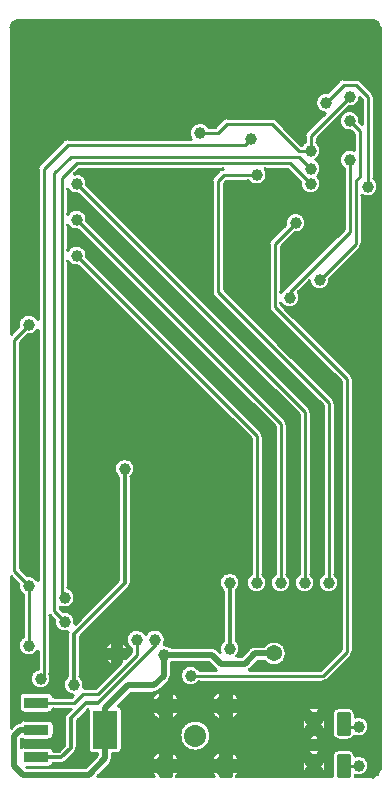
<source format=gbr>
G04 Generated by Ultiboard 13.0 *
%FSLAX24Y24*%
%MOIN*%

%ADD10C,0.0001*%
%ADD11C,0.0100*%
%ADD12C,0.0200*%
%ADD13C,0.0120*%
%ADD14C,0.0140*%
%ADD15C,0.0735*%
%ADD16R,0.0308X0.0617*%
%ADD17C,0.0167*%
%ADD18R,0.0846X0.0374*%
%ADD19R,0.0846X0.1280*%
%ADD20C,0.0394*%
%ADD21C,0.0540*%


G04 ColorRGB 0000FF for the following layer *
%LNCopper Bottom*%
%LPD*%
G54D10*
G36*
X-17483Y7041D02*
X-17483Y7041D01*
X-18012Y7041D01*
X-18100Y7163D01*
X-18188Y7041D01*
X-20672Y7041D01*
G74*
D01*
G03X-20560Y7217I370J359*
G01*
X-20560Y7217D01*
X-20810Y7217D01*
G75*
D01*
G03X-20810Y7583I-234J183*
G01*
X-20810Y7583D01*
X-20560Y7583D01*
G74*
D01*
G03X-20860Y7884I484J182*
G01*
X-20860Y7884D01*
X-20860Y7634D01*
G75*
D01*
G03X-21227Y7634I-184J-234*
G01*
X-21227Y7634D01*
X-21227Y7884D01*
G74*
D01*
G03X-21528Y7583I183J484*
G01*
X-21528Y7583D01*
X-21278Y7583D01*
G75*
D01*
G03X-21278Y7217I234J-183*
G01*
X-21278Y7217D01*
X-21528Y7217D01*
G74*
D01*
G03X-21416Y7041I483J184*
G01*
X-21416Y7041D01*
X-22672Y7041D01*
G74*
D01*
G03X-22560Y7217I370J359*
G01*
X-22560Y7217D01*
X-22810Y7217D01*
G75*
D01*
G03X-22810Y7583I-234J183*
G01*
X-22810Y7583D01*
X-22560Y7583D01*
G74*
D01*
G03X-22860Y7884I484J182*
G01*
X-22860Y7884D01*
X-22860Y7634D01*
G75*
D01*
G03X-23227Y7634I-184J-234*
G01*
X-23227Y7634D01*
X-23227Y7884D01*
G74*
D01*
G03X-23528Y7583I183J484*
G01*
X-23528Y7583D01*
X-23278Y7583D01*
G75*
D01*
G03X-23278Y7217I234J-183*
G01*
X-23278Y7217D01*
X-23528Y7217D01*
G74*
D01*
G03X-23416Y7041I483J184*
G01*
X-23416Y7041D01*
X-25304Y7041D01*
X-24881Y7464D01*
G75*
D01*
G03X-24807Y7642I-177J178*
G01*
X-24807Y7642D01*
X-24807Y7810D01*
X-24635Y7810D01*
G75*
D01*
G03X-24484Y7960I1J150*
G01*
X-24484Y7960D01*
X-24484Y9240D01*
G74*
D01*
G03X-24624Y9390I151J1*
G01*
X-24624Y9390D01*
X-24181Y9833D01*
X-23416Y9833D01*
G75*
D01*
G03X-23238Y9907I0J252*
G01*
X-23238Y9907D01*
X-22922Y10222D01*
G75*
D01*
G03X-22849Y10401I-178J177*
G01*
X-22849Y10401D01*
X-22849Y10849D01*
X-21604Y10849D01*
X-21378Y10623D01*
G74*
D01*
G03X-21353Y10601I178J177*
G01*
X-21353Y10601D01*
X-21917Y10601D01*
G75*
D01*
G03X-21917Y10199I-283J-201*
G01*
X-21917Y10199D01*
X-17800Y10199D01*
G75*
D01*
G03X-17658Y10258I0J201*
G01*
X-17658Y10258D01*
X-16858Y11058D01*
G75*
D01*
G03X-16799Y11200I-141J142*
G01*
X-16799Y11200D01*
X-16799Y20300D01*
G75*
D01*
G03X-16858Y20442I-201J0*
G01*
X-16858Y20442D01*
X-19045Y22629D01*
X-19199Y22783D01*
X-19199Y22824D01*
G75*
D01*
G03X-18616Y23200I292J188*
G01*
X-18616Y23200D01*
X-18246Y23570D01*
G75*
D01*
G03X-17558Y23658I345J32*
G01*
X-17558Y23658D01*
X-16558Y24658D01*
G75*
D01*
G03X-16499Y24800I-141J142*
G01*
X-16499Y24800D01*
X-16499Y26416D01*
G75*
D01*
G03X-16099Y26983I200J283*
G01*
X-16099Y26983D01*
X-16099Y29700D01*
G75*
D01*
G03X-16158Y29842I-201J0*
G01*
X-16158Y29842D01*
X-16558Y30242D01*
G74*
D01*
G03X-16650Y30295I142J141*
G01*
G74*
D01*
G03X-16700Y30301I49J195*
G01*
X-16700Y30301D01*
X-17100Y30301D01*
G75*
D01*
G03X-17131Y30299I-3J-201*
G01*
G74*
D01*
G03X-17242Y30242I32J198*
G01*
X-17242Y30242D01*
X-17642Y29842D01*
G75*
D01*
G03X-17730Y29154I-44J-344*
G01*
X-17730Y29154D01*
X-18342Y28542D01*
G74*
D01*
G03X-18401Y28400I141J142*
G01*
X-18401Y28400D01*
X-18401Y28183D01*
G74*
D01*
G03X-18483Y28101I201J283*
G01*
X-18483Y28101D01*
X-18517Y28101D01*
X-19045Y28629D01*
X-19358Y28942D01*
G74*
D01*
G03X-19487Y29001I142J141*
G01*
G74*
D01*
G03X-19500Y29001I7J201*
G01*
X-19500Y29001D01*
X-21000Y29001D01*
G75*
D01*
G03X-21059Y28992I0J-201*
G01*
G74*
D01*
G03X-21142Y28942I59J191*
G01*
X-21142Y28942D01*
X-21383Y28701D01*
X-21617Y28701D01*
G75*
D01*
G03X-22184Y28301I-280J-205*
G01*
X-22184Y28301D01*
X-26300Y28301D01*
G75*
D01*
G03X-26442Y28242I0J-201*
G01*
X-26442Y28242D01*
X-27242Y27442D01*
G74*
D01*
G03X-27301Y27300I141J142*
G01*
X-27301Y27300D01*
X-27301Y22276D01*
G75*
D01*
G03X-27942Y22042I-301J-171*
G01*
X-27942Y22042D01*
X-28192Y21792D01*
X-28192Y32008D01*
G74*
D01*
G03X-28192Y32016I151J4*
G01*
G74*
D01*
G02X-27957Y32251I243J8*
G01*
G75*
D01*
G03X-27949Y32251I4J150*
G01*
X-27949Y32251D01*
X-16138Y32251D01*
X-16130Y32251D01*
G74*
D01*
G02X-15895Y32016I8J243*
G01*
G74*
D01*
G03X-15895Y32008I150J4*
G01*
X-15895Y32008D01*
X-15895Y7283D01*
G75*
D01*
G03X-15895Y7275I150J-4*
G01*
G74*
D01*
G02X-16130Y7040I243J8*
G01*
X-16138Y7041D01*
X-16138Y7041D01*
X-16717Y7041D01*
G74*
D01*
G03X-16712Y7072I228J53*
G01*
G75*
D01*
G03X-16712Y7728I110J328*
G01*
G74*
D01*
G03X-16946Y7943I233J19*
G01*
X-16946Y7943D01*
X-17254Y7943D01*
G75*
D01*
G03X-17489Y7708I0J-235*
G01*
X-17489Y7708D01*
X-17489Y7092D01*
G75*
D01*
G03X-17483Y7041I235J2*
G01*
D02*
G37*
%LPC*%
G36*
X-22810Y9583D02*
X-22810Y9583D01*
X-22560Y9583D01*
G74*
D01*
G03X-22860Y9884I484J182*
G01*
X-22860Y9884D01*
X-22860Y9634D01*
G75*
D01*
G03X-23227Y9634I-184J-234*
G01*
X-23227Y9634D01*
X-23227Y9884D01*
G74*
D01*
G03X-23528Y9583I183J484*
G01*
X-23528Y9583D01*
X-23278Y9583D01*
G75*
D01*
G03X-23278Y9217I234J-183*
G01*
X-23278Y9217D01*
X-23528Y9217D01*
G74*
D01*
G03X-23227Y8916I484J183*
G01*
X-23227Y8916D01*
X-23227Y9166D01*
G75*
D01*
G03X-22860Y9166I183J234*
G01*
X-22860Y9166D01*
X-22860Y8916D01*
G74*
D01*
G03X-22560Y9217I184J483*
G01*
X-22560Y9217D01*
X-22810Y9217D01*
G75*
D01*
G03X-22810Y9583I-234J183*
G01*
D02*
G37*
G36*
X-22561Y8400D02*
G75*
D01*
G03X-22561Y8400I517J0*
G01*
D02*
G37*
G36*
X-20810Y9583D02*
X-20810Y9583D01*
X-20560Y9583D01*
G74*
D01*
G03X-20860Y9884I484J182*
G01*
X-20860Y9884D01*
X-20860Y9634D01*
G75*
D01*
G03X-21227Y9634I-184J-234*
G01*
X-21227Y9634D01*
X-21227Y9884D01*
G74*
D01*
G03X-21528Y9583I183J484*
G01*
X-21528Y9583D01*
X-21278Y9583D01*
G75*
D01*
G03X-21278Y9217I234J-183*
G01*
X-21278Y9217D01*
X-21528Y9217D01*
G74*
D01*
G03X-21227Y8916I484J183*
G01*
X-21227Y8916D01*
X-21227Y9166D01*
G75*
D01*
G03X-20860Y9166I183J234*
G01*
X-20860Y9166D01*
X-20860Y8916D01*
G74*
D01*
G03X-20560Y9217I184J483*
G01*
X-20560Y9217D01*
X-20810Y9217D01*
G75*
D01*
G03X-20810Y9583I-234J183*
G01*
D02*
G37*
G36*
X-18314Y7935D02*
X-18314Y7935D01*
X-18100Y7637D01*
X-17886Y7935D01*
G74*
D01*
G03X-17946Y7943I61J226*
G01*
X-17946Y7943D01*
X-18254Y7943D01*
G75*
D01*
G03X-18314Y7935I1J-235*
G01*
D02*
G37*
G36*
X-18489Y7706D02*
X-18489Y7706D01*
X-18489Y7094D01*
X-18269Y7400D01*
X-18489Y7706D01*
D02*
G37*
G36*
X-17711Y7094D02*
X-17711Y7094D01*
X-17711Y7706D01*
X-17931Y7400D01*
X-17711Y7094D01*
D02*
G37*
G36*
X-18314Y8265D02*
G75*
D01*
G03X-18254Y8257I61J226*
G01*
X-18254Y8257D01*
X-17946Y8257D01*
G74*
D01*
G03X-17886Y8265I1J235*
G01*
X-17886Y8265D01*
X-18100Y8563D01*
X-18314Y8265D01*
D02*
G37*
G36*
X-18489Y9106D02*
X-18489Y9106D01*
X-18489Y8494D01*
X-18269Y8800D01*
X-18489Y9106D01*
D02*
G37*
G36*
X-17711Y8494D02*
X-17711Y8494D01*
X-17711Y9106D01*
X-17931Y8800D01*
X-17711Y8494D01*
D02*
G37*
G36*
X-16711Y9028D02*
X-16711Y9028D01*
X-16711Y9108D01*
G74*
D01*
G03X-16946Y9343I235J0*
G01*
X-16946Y9343D01*
X-17254Y9343D01*
G75*
D01*
G03X-17489Y9108I0J-235*
G01*
X-17489Y9108D01*
X-17489Y8492D01*
G75*
D01*
G03X-17254Y8257I235J0*
G01*
X-17254Y8257D01*
X-16946Y8257D01*
G74*
D01*
G03X-16739Y8382I1J235*
G01*
G75*
D01*
G03X-16711Y9028I140J318*
G01*
D02*
G37*
G36*
X-18314Y9335D02*
X-18314Y9335D01*
X-18100Y9037D01*
X-17886Y9335D01*
G74*
D01*
G03X-17946Y9343I61J226*
G01*
X-17946Y9343D01*
X-18254Y9343D01*
G75*
D01*
G03X-18314Y9335I1J-235*
G01*
D02*
G37*
%LPD*%
G36*
X-19042Y25442D02*
G75*
D01*
G02X-18758Y25158I341J57*
G01*
X-18758Y25158D01*
X-19045Y24871D01*
X-19199Y24717D01*
X-19199Y23176D01*
G74*
D01*
G02X-19074Y23300I298J176*
G01*
G74*
D01*
G02X-19042Y23342I174J99*
G01*
X-19042Y23342D01*
X-17101Y25283D01*
X-17101Y27317D01*
G75*
D01*
G02X-16751Y27913I202J282*
G01*
X-16751Y27913D01*
X-16751Y28467D01*
X-16842Y28558D01*
G75*
D01*
G02X-16558Y28842I-57J341*
G01*
X-16558Y28842D01*
X-16501Y28785D01*
X-16501Y29617D01*
X-16554Y29670D01*
G75*
D01*
G02X-16958Y29358I-346J30*
G01*
X-16958Y29358D01*
X-17999Y28317D01*
X-17999Y28183D01*
G75*
D01*
G02X-18026Y27600I-201J-283*
G01*
G75*
D01*
G02X-17960Y27050I-173J-300*
G01*
G75*
D01*
G02X-18542Y26858I-241J-249*
G01*
X-18542Y26858D01*
X-18983Y27299D01*
X-19716Y27299D01*
G75*
D01*
G02X-20283Y26899I-283J-200*
G01*
X-20283Y26899D01*
X-21017Y26899D01*
X-21099Y26817D01*
X-21099Y23283D01*
X-19045Y21229D01*
X-17458Y19642D01*
G75*
D01*
G02X-17399Y19500I-141J-142*
G01*
X-17399Y19500D01*
X-17399Y13783D01*
G75*
D01*
G02X-17801Y13783I-201J-283*
G01*
X-17801Y13783D01*
X-17801Y19417D01*
X-19045Y20661D01*
X-21442Y23058D01*
G75*
D01*
G02X-21501Y23200I141J142*
G01*
X-21501Y23200D01*
X-21501Y26900D01*
G74*
D01*
G02X-21442Y27042I201J0*
G01*
X-21442Y27042D01*
X-21242Y27242D01*
G74*
D01*
G02X-21128Y27299I142J141*
G01*
X-21128Y27299D01*
X-25917Y27299D01*
X-26078Y27138D01*
G75*
D01*
G02X-25658Y26742I79J-337*
G01*
X-25658Y26742D01*
X-18258Y19342D01*
G75*
D01*
G02X-18199Y19200I-141J-142*
G01*
X-18199Y19200D01*
X-18199Y13783D01*
G75*
D01*
G02X-18601Y13783I-201J-283*
G01*
X-18601Y13783D01*
X-18601Y19117D01*
X-25942Y26458D01*
G75*
D01*
G02X-26299Y26624I-59J341*
G01*
X-26299Y26624D01*
X-26299Y25776D01*
G75*
D01*
G02X-25658Y25542I301J-171*
G01*
X-25658Y25542D01*
X-19058Y18942D01*
G75*
D01*
G02X-18999Y18800I-141J-142*
G01*
X-18999Y18800D01*
X-18999Y13783D01*
G75*
D01*
G02X-19401Y13783I-201J-283*
G01*
X-19401Y13783D01*
X-19401Y18717D01*
X-25942Y25258D01*
G75*
D01*
G02X-26299Y25424I-59J341*
G01*
X-26299Y25424D01*
X-26299Y24576D01*
G75*
D01*
G02X-25658Y24342I301J-171*
G01*
X-25658Y24342D01*
X-19858Y18542D01*
G75*
D01*
G02X-19799Y18400I-141J-142*
G01*
X-19799Y18400D01*
X-19799Y13783D01*
G75*
D01*
G02X-20201Y13783I-201J-283*
G01*
X-20201Y13783D01*
X-20201Y18317D01*
X-25942Y24058D01*
G75*
D01*
G02X-26299Y24224I-59J341*
G01*
X-26299Y24224D01*
X-26299Y13332D01*
G75*
D01*
G02X-26549Y12687I-99J-333*
G01*
X-26549Y12687D01*
X-26549Y12633D01*
X-26458Y12542D01*
G75*
D01*
G02X-26058Y12140I59J-341*
G01*
X-26058Y12140D01*
X-24611Y13587D01*
X-24611Y17025D01*
G75*
D01*
G02X-24189Y17025I211J274*
G01*
X-24189Y17025D01*
X-24189Y13500D01*
G75*
D01*
G02X-24251Y13351I-211J0*
G01*
X-24251Y13351D01*
X-25889Y11713D01*
X-25889Y10375D01*
G75*
D01*
G02X-25768Y10001I-210J-275*
G01*
X-25768Y10001D01*
X-25383Y10001D01*
X-24519Y10865D01*
X-24519Y10992D01*
X-24392Y10992D01*
X-24201Y11183D01*
X-24201Y11317D01*
G75*
D01*
G02X-23700Y11774I201J283*
G01*
G75*
D01*
G02X-23089Y11447I306J-164*
G01*
G74*
D01*
G02X-22861Y11351I12J347*
G01*
X-22861Y11351D01*
X-21500Y11351D01*
G74*
D01*
G02X-21449Y11346I1J251*
G01*
G74*
D01*
G02X-21322Y11278I50J246*
G01*
X-21322Y11278D01*
X-21226Y11181D01*
G75*
D01*
G02X-21121Y11567I326J119*
G01*
X-21121Y11567D01*
X-21121Y13233D01*
G75*
D01*
G02X-20679Y13233I221J266*
G01*
X-20679Y13233D01*
X-20679Y11567D01*
G75*
D01*
G02X-20658Y11051I-220J-267*
G01*
X-20658Y11051D01*
X-20504Y11051D01*
X-20237Y11319D01*
G74*
D01*
G02X-20075Y11392I177J178*
G01*
G75*
D01*
G02X-20059Y11392I8J-251*
G01*
X-20059Y11392D01*
X-19755Y11392D01*
G75*
D01*
G02X-19755Y10890I337J-251*
G01*
X-19755Y10890D01*
X-19955Y10890D01*
X-20222Y10622D01*
G74*
D01*
G02X-20247Y10601I174J181*
G01*
X-20247Y10601D01*
X-17883Y10601D01*
X-17201Y11283D01*
X-17201Y20217D01*
X-19542Y22558D01*
G75*
D01*
G02X-19601Y22700I141J142*
G01*
X-19601Y22700D01*
X-19601Y24800D01*
G74*
D01*
G02X-19542Y24942I201J0*
G01*
X-19542Y24942D01*
X-19045Y25439D01*
X-19045Y25439D01*
X-19042Y25442D01*
D02*
G37*
%LPC*%
G36*
X-24868Y11141D02*
G75*
D01*
G02X-24868Y11141I200J0*
G01*
D02*
G37*
G36*
X-24519Y11534D02*
G74*
D01*
G02X-24276Y11290I150J392*
G01*
X-24276Y11290D01*
X-24519Y11290D01*
X-24519Y11534D01*
D02*
G37*
G36*
X-24817Y10749D02*
G74*
D01*
G02X-25061Y10992I148J392*
G01*
X-25061Y10992D01*
X-24817Y10992D01*
X-24817Y10749D01*
D02*
G37*
G36*
X-25061Y11290D02*
G74*
D01*
G02X-24817Y11534I393J149*
G01*
X-24817Y11534D01*
X-24817Y11290D01*
X-25061Y11290D01*
D02*
G37*
%LPD*%
G36*
X-27301Y10632D02*
G75*
D01*
G03X-26899Y10472I101J-332*
G01*
X-26899Y10472D01*
X-26899Y12415D01*
G74*
D01*
G03X-26892Y12408I146J139*
G01*
X-26892Y12408D01*
X-26742Y12258D01*
G75*
D01*
G03X-26300Y11868I341J-59*
G01*
G74*
D01*
G03X-26311Y11800I200J67*
G01*
X-26311Y11800D01*
X-26311Y10375D01*
G75*
D01*
G03X-26130Y9754I209J-276*
G01*
X-26130Y9754D01*
X-26183Y9701D01*
X-26768Y9701D01*
G74*
D01*
G03X-26919Y9843I151J9*
G01*
X-26919Y9843D01*
X-27765Y9843D01*
G75*
D01*
G03X-27916Y9693I-1J-150*
G01*
X-27916Y9693D01*
X-27916Y9319D01*
G75*
D01*
G03X-27765Y9168I151J0*
G01*
X-27765Y9168D01*
X-26919Y9168D01*
G74*
D01*
G03X-26769Y9299I0J151*
G01*
X-26769Y9299D01*
X-26199Y9299D01*
X-26349Y9149D01*
G74*
D01*
G03X-26411Y9000I148J149*
G01*
X-26411Y9000D01*
X-26411Y8087D01*
X-26593Y7906D01*
X-26770Y7906D01*
G74*
D01*
G03X-26919Y8032I149J25*
G01*
X-26919Y8032D01*
X-27765Y8032D01*
G75*
D01*
G03X-27849Y8007I-1J-151*
G01*
X-27849Y8007D01*
X-27849Y8288D01*
G75*
D01*
G03X-27765Y8262I84J124*
G01*
X-27765Y8262D01*
X-26919Y8262D01*
G75*
D01*
G03X-26768Y8413I0J151*
G01*
X-26768Y8413D01*
X-26768Y8787D01*
G74*
D01*
G03X-26919Y8938I151J0*
G01*
X-26919Y8938D01*
X-27765Y8938D01*
G75*
D01*
G03X-27901Y8851I1J-151*
G01*
G74*
D01*
G03X-27983Y8837I1J251*
G01*
G74*
D01*
G03X-28078Y8777I83J237*
G01*
X-28078Y8777D01*
X-28192Y8663D01*
X-28192Y13708D01*
X-27942Y13458D01*
G75*
D01*
G03X-27801Y13117I341J-59*
G01*
X-27801Y13117D01*
X-27801Y11683D01*
G75*
D01*
G03X-27301Y11224I201J-283*
G01*
X-27301Y11224D01*
X-27301Y10632D01*
D02*
G37*
G36*
X-27658Y21758D02*
X-27658Y21758D01*
X-27899Y21517D01*
X-27899Y13983D01*
X-27658Y13742D01*
G75*
D01*
G02X-27301Y13576I59J-341*
G01*
X-27301Y13576D01*
X-27301Y21924D01*
G75*
D01*
G02X-27658Y21758I-298J175*
G01*
D02*
G37*
G36*
X-26919Y7357D02*
G74*
D01*
G03X-26770Y7483I1J150*
G01*
X-26770Y7483D01*
X-26506Y7483D01*
G74*
D01*
G03X-26431Y7497I1J211*
G01*
G74*
D01*
G03X-26356Y7545I73J197*
G01*
X-26356Y7545D01*
X-26051Y7851D01*
G75*
D01*
G03X-25989Y8000I-148J149*
G01*
X-25989Y8000D01*
X-25989Y8913D01*
X-25628Y9273D01*
G74*
D01*
G03X-25632Y9240I146J34*
G01*
X-25632Y9240D01*
X-25632Y7960D01*
G75*
D01*
G03X-25481Y7810I151J1*
G01*
X-25481Y7810D01*
X-25309Y7810D01*
X-25309Y7746D01*
X-25704Y7351D01*
X-27696Y7351D01*
X-27701Y7357D01*
X-26919Y7357D01*
D02*
G37*
G36*
X-22860Y7166D02*
X-22860Y7166D01*
X-22860Y7041D01*
X-23227Y7041D01*
X-23227Y7166D01*
G75*
D01*
G03X-22860Y7166I183J234*
G01*
D02*
G37*
G36*
X-20860Y7166D02*
X-20860Y7166D01*
X-20860Y7041D01*
X-21227Y7041D01*
X-21227Y7166D01*
G75*
D01*
G03X-20860Y7166I183J234*
G01*
D02*
G37*
G54D11*
X-22810Y9583D02*
X-22560Y9583D01*
G74*
D01*
G03X-22860Y9884I484J182*
G01*
X-22860Y9634D01*
G75*
D01*
G03X-23227Y9634I-184J-234*
G01*
X-23227Y9884D01*
G74*
D01*
G03X-23528Y9583I183J484*
G01*
X-23278Y9583D01*
G75*
D01*
G03X-23278Y9217I234J-183*
G01*
X-23528Y9217D01*
G74*
D01*
G03X-23227Y8916I484J183*
G01*
X-23227Y9166D01*
G75*
D01*
G03X-22860Y9166I183J234*
G01*
X-22860Y8916D01*
G74*
D01*
G03X-22560Y9217I184J483*
G01*
X-22810Y9217D01*
G75*
D01*
G03X-22810Y9583I-234J183*
G01*
X-22561Y8400D02*
G75*
D01*
G03X-22561Y8400I517J0*
G01*
X-20810Y9583D02*
X-20560Y9583D01*
G74*
D01*
G03X-20860Y9884I484J182*
G01*
X-20860Y9634D01*
G75*
D01*
G03X-21227Y9634I-184J-234*
G01*
X-21227Y9884D01*
G74*
D01*
G03X-21528Y9583I183J484*
G01*
X-21278Y9583D01*
G75*
D01*
G03X-21278Y9217I234J-183*
G01*
X-21528Y9217D01*
G74*
D01*
G03X-21227Y8916I484J183*
G01*
X-21227Y9166D01*
G75*
D01*
G03X-20860Y9166I183J234*
G01*
X-20860Y8916D01*
G74*
D01*
G03X-20560Y9217I184J483*
G01*
X-20810Y9217D01*
G75*
D01*
G03X-20810Y9583I-234J183*
G01*
X-18314Y7935D02*
X-18100Y7637D01*
X-17886Y7935D01*
G74*
D01*
G03X-17946Y7943I61J226*
G01*
X-18254Y7943D01*
G75*
D01*
G03X-18314Y7935I1J-235*
G01*
X-18489Y7706D02*
X-18489Y7094D01*
X-18269Y7400D01*
X-18489Y7706D01*
X-17711Y7094D02*
X-17711Y7706D01*
X-17931Y7400D01*
X-17711Y7094D01*
X-18314Y8265D02*
G75*
D01*
G03X-18254Y8257I61J226*
G01*
X-17946Y8257D01*
G74*
D01*
G03X-17886Y8265I1J235*
G01*
X-18100Y8563D01*
X-18314Y8265D01*
X-18489Y9106D02*
X-18489Y8494D01*
X-18269Y8800D01*
X-18489Y9106D01*
X-17711Y8494D02*
X-17711Y9106D01*
X-17931Y8800D01*
X-17711Y8494D01*
X-16711Y9028D02*
X-16711Y9108D01*
G74*
D01*
G03X-16946Y9343I235J0*
G01*
X-17254Y9343D01*
G75*
D01*
G03X-17489Y9108I0J-235*
G01*
X-17489Y8492D01*
G75*
D01*
G03X-17254Y8257I235J0*
G01*
X-16946Y8257D01*
G74*
D01*
G03X-16739Y8382I1J235*
G01*
G75*
D01*
G03X-16711Y9028I140J318*
G01*
X-18314Y9335D02*
X-18100Y9037D01*
X-17886Y9335D01*
G74*
D01*
G03X-17946Y9343I61J226*
G01*
X-18254Y9343D01*
G75*
D01*
G03X-18314Y9335I1J-235*
G01*
X-17483Y7041D02*
X-18012Y7041D01*
X-18100Y7163D01*
X-18188Y7041D01*
X-20672Y7041D01*
G74*
D01*
G03X-20560Y7217I370J359*
G01*
X-20810Y7217D01*
G75*
D01*
G03X-20810Y7583I-234J183*
G01*
X-20560Y7583D01*
G74*
D01*
G03X-20860Y7884I484J182*
G01*
X-20860Y7634D01*
G75*
D01*
G03X-21227Y7634I-184J-234*
G01*
X-21227Y7884D01*
G74*
D01*
G03X-21528Y7583I183J484*
G01*
X-21278Y7583D01*
G75*
D01*
G03X-21278Y7217I234J-183*
G01*
X-21528Y7217D01*
G74*
D01*
G03X-21416Y7041I483J184*
G01*
X-22672Y7041D01*
G74*
D01*
G03X-22560Y7217I370J359*
G01*
X-22810Y7217D01*
G75*
D01*
G03X-22810Y7583I-234J183*
G01*
X-22560Y7583D01*
G74*
D01*
G03X-22860Y7884I484J182*
G01*
X-22860Y7634D01*
G75*
D01*
G03X-23227Y7634I-184J-234*
G01*
X-23227Y7884D01*
G74*
D01*
G03X-23528Y7583I183J484*
G01*
X-23278Y7583D01*
G75*
D01*
G03X-23278Y7217I234J-183*
G01*
X-23528Y7217D01*
G74*
D01*
G03X-23416Y7041I483J184*
G01*
X-25304Y7041D01*
X-24881Y7464D01*
G75*
D01*
G03X-24807Y7642I-177J178*
G01*
X-24807Y7810D01*
X-24635Y7810D01*
G75*
D01*
G03X-24484Y7960I1J150*
G01*
X-24484Y9240D01*
G74*
D01*
G03X-24624Y9390I151J1*
G01*
X-24181Y9833D01*
X-23416Y9833D01*
G75*
D01*
G03X-23238Y9907I0J252*
G01*
X-22922Y10222D01*
G75*
D01*
G03X-22849Y10401I-178J177*
G01*
X-22849Y10849D01*
X-21604Y10849D01*
X-21378Y10623D01*
G74*
D01*
G03X-21353Y10601I178J177*
G01*
X-21917Y10601D01*
G75*
D01*
G03X-21917Y10199I-283J-201*
G01*
X-17800Y10199D01*
G75*
D01*
G03X-17658Y10258I0J201*
G01*
X-16858Y11058D01*
G75*
D01*
G03X-16799Y11200I-141J142*
G01*
X-16799Y20300D01*
G75*
D01*
G03X-16858Y20442I-201J0*
G01*
X-19045Y22629D01*
X-19199Y22783D01*
X-19199Y22824D01*
G75*
D01*
G03X-18616Y23200I292J188*
G01*
X-18246Y23570D01*
G75*
D01*
G03X-17558Y23658I345J32*
G01*
X-16558Y24658D01*
G75*
D01*
G03X-16499Y24800I-141J142*
G01*
X-16499Y26416D01*
G75*
D01*
G03X-16099Y26983I200J283*
G01*
X-16099Y29700D01*
G75*
D01*
G03X-16158Y29842I-201J0*
G01*
X-16558Y30242D01*
G74*
D01*
G03X-16650Y30295I142J141*
G01*
G74*
D01*
G03X-16700Y30301I49J195*
G01*
X-17100Y30301D01*
G75*
D01*
G03X-17131Y30299I-3J-201*
G01*
G74*
D01*
G03X-17242Y30242I32J198*
G01*
X-17642Y29842D01*
G75*
D01*
G03X-17730Y29154I-44J-344*
G01*
X-18342Y28542D01*
G74*
D01*
G03X-18401Y28400I141J142*
G01*
X-18401Y28183D01*
G74*
D01*
G03X-18483Y28101I201J283*
G01*
X-18517Y28101D01*
X-19045Y28629D01*
X-19358Y28942D01*
G74*
D01*
G03X-19487Y29001I142J141*
G01*
G74*
D01*
G03X-19500Y29001I7J201*
G01*
X-21000Y29001D01*
G75*
D01*
G03X-21059Y28992I0J-201*
G01*
G74*
D01*
G03X-21142Y28942I59J191*
G01*
X-21383Y28701D01*
X-21617Y28701D01*
G75*
D01*
G03X-22184Y28301I-280J-205*
G01*
X-26300Y28301D01*
G75*
D01*
G03X-26442Y28242I0J-201*
G01*
X-27242Y27442D01*
G74*
D01*
G03X-27301Y27300I141J142*
G01*
X-27301Y22276D01*
G75*
D01*
G03X-27942Y22042I-301J-171*
G01*
X-28192Y21792D01*
X-28192Y32008D01*
G74*
D01*
G03X-28192Y32016I151J4*
G01*
G74*
D01*
G02X-27957Y32251I243J8*
G01*
G75*
D01*
G03X-27949Y32251I4J150*
G01*
X-16138Y32251D01*
X-16130Y32251D01*
G74*
D01*
G02X-15895Y32016I8J243*
G01*
G74*
D01*
G03X-15895Y32008I150J4*
G01*
X-15895Y7283D01*
G75*
D01*
G03X-15895Y7275I150J-4*
G01*
G74*
D01*
G02X-16130Y7040I243J8*
G01*
X-16138Y7041D01*
X-16717Y7041D01*
G74*
D01*
G03X-16712Y7072I228J53*
G01*
G75*
D01*
G03X-16712Y7728I110J328*
G01*
G74*
D01*
G03X-16946Y7943I233J19*
G01*
X-17254Y7943D01*
G75*
D01*
G03X-17489Y7708I0J-235*
G01*
X-17489Y7092D01*
G75*
D01*
G03X-17483Y7041I235J2*
G01*
X-22860Y7166D02*
X-22860Y7041D01*
X-23227Y7041D01*
X-23227Y7166D01*
G75*
D01*
G03X-22860Y7166I183J234*
G01*
X-20860Y7166D02*
X-20860Y7041D01*
X-21227Y7041D01*
X-21227Y7166D01*
G75*
D01*
G03X-20860Y7166I183J234*
G01*
X-27301Y10632D02*
G75*
D01*
G03X-26899Y10472I101J-332*
G01*
X-26899Y12415D01*
G74*
D01*
G03X-26892Y12408I146J139*
G01*
X-26742Y12258D01*
G75*
D01*
G03X-26300Y11868I341J-59*
G01*
G74*
D01*
G03X-26311Y11800I200J67*
G01*
X-26311Y10375D01*
G75*
D01*
G03X-26130Y9754I209J-276*
G01*
X-26183Y9701D01*
X-26768Y9701D01*
G74*
D01*
G03X-26919Y9843I151J9*
G01*
X-27765Y9843D01*
G75*
D01*
G03X-27916Y9693I-1J-150*
G01*
X-27916Y9319D01*
G75*
D01*
G03X-27765Y9168I151J0*
G01*
X-26919Y9168D01*
G74*
D01*
G03X-26769Y9299I0J151*
G01*
X-26199Y9299D01*
X-26349Y9149D01*
G74*
D01*
G03X-26411Y9000I148J149*
G01*
X-26411Y8087D01*
X-26593Y7906D01*
X-26770Y7906D01*
G74*
D01*
G03X-26919Y8032I149J25*
G01*
X-27765Y8032D01*
G75*
D01*
G03X-27849Y8007I-1J-151*
G01*
X-27849Y8288D01*
G75*
D01*
G03X-27765Y8262I84J124*
G01*
X-26919Y8262D01*
G75*
D01*
G03X-26768Y8413I0J151*
G01*
X-26768Y8787D01*
G74*
D01*
G03X-26919Y8938I151J0*
G01*
X-27765Y8938D01*
G75*
D01*
G03X-27901Y8851I1J-151*
G01*
G74*
D01*
G03X-27983Y8837I1J251*
G01*
G74*
D01*
G03X-28078Y8777I83J237*
G01*
X-28192Y8663D01*
X-28192Y13708D01*
X-27942Y13458D01*
G75*
D01*
G03X-27801Y13117I341J-59*
G01*
X-27801Y11683D01*
G75*
D01*
G03X-27301Y11224I201J-283*
G01*
X-27301Y10632D01*
X-26919Y7357D02*
G74*
D01*
G03X-26770Y7483I1J150*
G01*
X-26506Y7483D01*
G74*
D01*
G03X-26431Y7497I1J211*
G01*
G74*
D01*
G03X-26356Y7545I73J197*
G01*
X-26051Y7851D01*
G75*
D01*
G03X-25989Y8000I-148J149*
G01*
X-25989Y8913D01*
X-25628Y9273D01*
G74*
D01*
G03X-25632Y9240I146J34*
G01*
X-25632Y7960D01*
G75*
D01*
G03X-25481Y7810I151J1*
G01*
X-25309Y7810D01*
X-25309Y7746D01*
X-25704Y7351D01*
X-27696Y7351D01*
X-27701Y7357D01*
X-26919Y7357D01*
X-24868Y11141D02*
G75*
D01*
G02X-24868Y11141I200J0*
G01*
X-24519Y11534D02*
G74*
D01*
G02X-24276Y11290I150J392*
G01*
X-24519Y11290D01*
X-24519Y11534D01*
X-24817Y10749D02*
G74*
D01*
G02X-25061Y10992I148J392*
G01*
X-24817Y10992D01*
X-24817Y10749D01*
X-25061Y11290D02*
G74*
D01*
G02X-24817Y11534I393J149*
G01*
X-24817Y11290D01*
X-25061Y11290D01*
X-19042Y25442D02*
G75*
D01*
G02X-18758Y25158I341J57*
G01*
X-19045Y24871D01*
X-19199Y24717D01*
X-19199Y23176D01*
G74*
D01*
G02X-19074Y23300I298J176*
G01*
G74*
D01*
G02X-19042Y23342I174J99*
G01*
X-17101Y25283D01*
X-17101Y27317D01*
G75*
D01*
G02X-16751Y27913I202J282*
G01*
X-16751Y28467D01*
X-16842Y28558D01*
G75*
D01*
G02X-16558Y28842I-57J341*
G01*
X-16501Y28785D01*
X-16501Y29617D01*
X-16554Y29670D01*
G75*
D01*
G02X-16958Y29358I-346J30*
G01*
X-17999Y28317D01*
X-17999Y28183D01*
G75*
D01*
G02X-18026Y27600I-201J-283*
G01*
G75*
D01*
G02X-17960Y27050I-173J-300*
G01*
G75*
D01*
G02X-18542Y26858I-241J-249*
G01*
X-18983Y27299D01*
X-19716Y27299D01*
G75*
D01*
G02X-20283Y26899I-283J-200*
G01*
X-21017Y26899D01*
X-21099Y26817D01*
X-21099Y23283D01*
X-19045Y21229D01*
X-17458Y19642D01*
G75*
D01*
G02X-17399Y19500I-141J-142*
G01*
X-17399Y13783D01*
G75*
D01*
G02X-17801Y13783I-201J-283*
G01*
X-17801Y19417D01*
X-19045Y20661D01*
X-21442Y23058D01*
G75*
D01*
G02X-21501Y23200I141J142*
G01*
X-21501Y26900D01*
G74*
D01*
G02X-21442Y27042I201J0*
G01*
X-21242Y27242D01*
G74*
D01*
G02X-21128Y27299I142J141*
G01*
X-25917Y27299D01*
X-26078Y27138D01*
G75*
D01*
G02X-25658Y26742I79J-337*
G01*
X-18258Y19342D01*
G75*
D01*
G02X-18199Y19200I-141J-142*
G01*
X-18199Y13783D01*
G75*
D01*
G02X-18601Y13783I-201J-283*
G01*
X-18601Y19117D01*
X-25942Y26458D01*
G75*
D01*
G02X-26299Y26624I-59J341*
G01*
X-26299Y25776D01*
G75*
D01*
G02X-25658Y25542I301J-171*
G01*
X-19058Y18942D01*
G75*
D01*
G02X-18999Y18800I-141J-142*
G01*
X-18999Y13783D01*
G75*
D01*
G02X-19401Y13783I-201J-283*
G01*
X-19401Y18717D01*
X-25942Y25258D01*
G75*
D01*
G02X-26299Y25424I-59J341*
G01*
X-26299Y24576D01*
G75*
D01*
G02X-25658Y24342I301J-171*
G01*
X-19858Y18542D01*
G75*
D01*
G02X-19799Y18400I-141J-142*
G01*
X-19799Y13783D01*
G75*
D01*
G02X-20201Y13783I-201J-283*
G01*
X-20201Y18317D01*
X-25942Y24058D01*
G75*
D01*
G02X-26299Y24224I-59J341*
G01*
X-26299Y13332D01*
G75*
D01*
G02X-26549Y12687I-99J-333*
G01*
X-26549Y12633D01*
X-26458Y12542D01*
G75*
D01*
G02X-26058Y12140I59J-341*
G01*
X-24611Y13587D01*
X-24611Y17025D01*
G75*
D01*
G02X-24189Y17025I211J274*
G01*
X-24189Y13500D01*
G75*
D01*
G02X-24251Y13351I-211J0*
G01*
X-25889Y11713D01*
X-25889Y10375D01*
G75*
D01*
G02X-25768Y10001I-210J-275*
G01*
X-25383Y10001D01*
X-24519Y10865D01*
X-24519Y10992D01*
X-24392Y10992D01*
X-24201Y11183D01*
X-24201Y11317D01*
G75*
D01*
G02X-23700Y11774I201J283*
G01*
G75*
D01*
G02X-23089Y11447I306J-164*
G01*
G74*
D01*
G02X-22861Y11351I12J347*
G01*
X-21500Y11351D01*
G74*
D01*
G02X-21449Y11346I1J251*
G01*
G74*
D01*
G02X-21322Y11278I50J246*
G01*
X-21226Y11181D01*
G75*
D01*
G02X-21121Y11567I326J119*
G01*
X-21121Y13233D01*
G75*
D01*
G02X-20679Y13233I221J266*
G01*
X-20679Y11567D01*
G75*
D01*
G02X-20658Y11051I-220J-267*
G01*
X-20504Y11051D01*
X-20237Y11319D01*
G74*
D01*
G02X-20075Y11392I177J178*
G01*
G75*
D01*
G02X-20059Y11392I8J-251*
G01*
X-19755Y11392D01*
G75*
D01*
G02X-19755Y10890I337J-251*
G01*
X-19955Y10890D01*
X-20222Y10622D01*
G74*
D01*
G02X-20247Y10601I174J181*
G01*
X-17883Y10601D01*
X-17201Y11283D01*
X-17201Y20217D01*
X-19542Y22558D01*
G75*
D01*
G02X-19601Y22700I141J142*
G01*
X-19601Y24800D01*
G74*
D01*
G02X-19542Y24942I201J0*
G01*
X-19045Y25439D01*
X-19045Y25439D01*
X-19042Y25442D01*
X-27658Y21758D02*
X-27899Y21517D01*
X-27899Y13983D01*
X-27658Y13742D01*
G75*
D01*
G02X-27301Y13576I59J-341*
G01*
X-27301Y21924D01*
G75*
D01*
G02X-27658Y21758I-298J175*
G01*
X-16600Y7400D02*
X-17100Y7400D01*
X-16600Y8700D02*
X-17000Y8700D01*
X-17100Y8800D01*
X-20000Y13500D02*
X-20000Y18400D01*
X-19200Y13500D02*
X-19200Y18800D01*
X-18400Y13500D02*
X-18400Y19200D01*
X-17600Y19500D02*
X-17600Y13500D01*
X-20000Y18400D02*
X-26000Y24400D01*
X-19200Y18800D02*
X-26000Y25600D01*
X-18400Y19200D02*
X-26000Y26800D01*
X-21300Y23200D02*
X-17600Y19500D01*
X-21300Y26900D02*
X-21300Y23200D01*
X-18900Y23200D02*
X-18900Y23000D01*
X-25800Y9800D02*
X-26100Y9500D01*
X-27336Y9500D02*
X-26100Y9500D01*
X-26750Y12550D02*
X-26750Y27150D01*
X-26200Y27700D01*
X-26400Y12200D02*
X-26750Y12550D01*
X-27100Y10400D02*
X-27200Y10300D01*
X-27100Y27300D02*
X-26300Y28100D01*
X-27100Y10400D02*
X-27100Y27300D01*
X-28100Y21600D02*
X-27600Y22100D01*
X-18900Y23200D02*
X-16900Y25200D01*
X-16900Y27600D01*
X-18900Y27500D02*
X-18200Y26800D01*
X-26200Y27700D02*
X-18600Y27700D01*
X-18200Y27300D01*
X-26300Y28100D02*
X-20400Y28100D01*
X-20200Y28300D01*
X-18200Y27900D02*
X-18200Y28400D01*
X-18200Y27900D02*
X-18600Y27900D01*
X-19500Y28800D01*
X-21000Y28800D01*
X-21300Y28500D01*
X-21900Y28500D01*
X-19400Y22700D02*
X-19400Y24800D01*
X-18700Y25500D01*
X-17000Y20300D02*
X-19400Y22700D01*
X-17000Y11200D02*
X-17000Y20300D01*
X-16550Y28550D02*
X-16900Y28900D01*
X-16550Y27050D02*
X-16700Y26900D01*
X-17900Y23600D02*
X-16700Y24800D01*
X-16700Y26900D01*
X-16300Y26700D02*
X-16300Y29700D01*
X-21300Y26900D02*
X-21100Y27100D01*
X-20000Y27100D01*
X-16300Y29700D02*
X-16700Y30100D01*
X-17100Y30100D02*
X-17700Y29500D01*
X-17100Y30100D02*
X-16700Y30100D01*
X-16900Y29700D02*
X-18200Y28400D01*
X-16550Y28550D02*
X-16550Y27050D01*
X-22200Y10400D02*
X-17800Y10400D01*
X-17000Y11200D01*
X-24000Y11100D02*
X-25300Y9800D01*
X-25800Y9800D01*
X-24000Y11600D02*
X-24000Y11100D01*
X-27600Y11400D02*
X-27600Y13400D01*
X-28100Y13900D01*
X-28100Y21600D01*
X-26500Y13100D02*
X-26400Y13000D01*
X-26500Y27000D02*
X-26000Y27500D01*
X-26500Y13100D02*
X-26500Y27000D01*
X-26000Y27500D02*
X-18900Y27500D01*
G54D12*
X-28100Y7400D02*
X-27800Y7100D01*
X-25600Y7100D01*
X-25058Y7642D01*
X-28100Y8400D02*
X-28100Y7400D01*
X-25058Y7642D02*
X-25058Y9311D01*
X-27342Y8600D02*
X-27900Y8600D01*
X-28100Y8400D01*
X-25058Y9311D02*
X-24269Y10100D01*
X-24285Y10085D02*
X-23415Y10085D01*
X-23100Y10400D01*
X-23100Y11100D01*
X-19418Y11141D02*
X-20059Y11141D01*
X-20059Y11141D02*
X-20400Y10800D01*
X-21200Y10800D02*
X-21500Y11100D01*
X-21200Y10800D02*
X-20400Y10800D01*
X-21500Y11100D02*
X-23100Y11100D01*
G54D13*
X-26100Y10100D02*
X-26100Y11800D01*
X-24400Y13500D01*
X-24400Y13500D02*
X-24400Y17300D01*
X-26200Y9000D02*
X-25700Y9500D01*
X-25300Y9500D02*
X-23400Y11400D01*
X-25700Y9500D02*
X-25300Y9500D01*
X-23400Y11400D02*
X-23400Y11600D01*
X-26200Y9000D02*
X-26200Y8000D01*
X-26506Y7694D02*
X-27342Y7694D01*
X-26200Y8000D02*
X-26506Y7694D01*
G54D14*
X-20900Y11300D02*
X-20900Y13500D01*
G54D15*
X-22044Y8400D03*
X-21044Y9400D03*
X-23044Y9400D03*
X-21044Y7400D03*
X-23044Y7400D03*
G54D16*
X-18100Y7400D03*
X-17100Y7400D03*
X-18100Y8800D03*
X-17100Y8800D03*
G54D17*
X-18254Y7092D02*
X-17946Y7092D01*
X-17946Y7708D01*
X-18254Y7708D01*
X-18254Y7092D01*D02*
X-17254Y7092D02*
X-16946Y7092D01*
X-16946Y7708D01*
X-17254Y7708D01*
X-17254Y7092D01*D02*
X-18254Y8492D02*
X-17946Y8492D01*
X-17946Y9108D01*
X-18254Y9108D01*
X-18254Y8492D01*D02*
X-17254Y8492D02*
X-16946Y8492D01*
X-16946Y9108D01*
X-17254Y9108D01*
X-17254Y8492D01*D02*
G54D18*
X-27342Y7694D03*
X-27342Y8600D03*
X-27342Y9506D03*
G54D19*
X-25058Y8600D03*
G54D20*
X-26100Y7600D03*
X-18800Y7400D03*
X-16600Y7400D03*
X-18800Y8800D03*
X-16600Y8700D03*
X-28000Y9100D03*
X-27200Y10300D03*
X-26100Y10100D03*
X-17300Y10000D03*
X-23100Y11100D03*
X-16300Y11000D03*
X-27600Y11400D03*
X-23400Y11600D03*
X-24000Y11600D03*
X-20900Y11300D03*
X-17800Y11300D03*
X-26400Y12200D03*
X-24400Y12800D03*
X-26400Y13000D03*
X-25000Y13500D03*
X-20900Y13500D03*
X-20000Y13500D03*
X-19200Y13500D03*
X-18400Y13500D03*
X-17600Y13500D03*
X-21800Y14100D03*
X-25000Y14800D03*
X-25200Y15700D03*
X-23800Y16300D03*
X-21800Y16200D03*
X-20400Y16200D03*
X-19600Y16200D03*
X-18800Y16200D03*
X-18000Y16200D03*
X-16500Y16200D03*
X-24400Y17300D03*
X-27600Y18000D03*
X-25600Y18500D03*
X-23100Y19300D03*
X-25600Y21000D03*
X-23100Y21000D03*
X-18200Y21000D03*
X-27600Y22100D03*
X-21900Y22100D03*
X-26000Y22900D03*
X-18900Y23000D03*
X-19900Y23800D03*
X-17900Y23600D03*
X-17000Y23400D03*
X-26000Y24400D03*
X-21800Y25000D03*
X-26000Y25600D03*
X-18700Y25500D03*
X-17500Y25600D03*
X-26000Y26800D03*
X-18900Y26900D03*
X-18200Y26800D03*
X-16300Y26700D03*
X-20000Y27100D03*
X-18200Y27300D03*
X-16900Y27600D03*
X-27600Y28100D03*
X-21900Y28500D03*
X-20200Y28300D03*
X-18200Y27900D03*
X-25100Y29000D03*
X-18600Y28700D03*
X-16900Y28900D03*
X-17700Y29500D03*
X-16900Y29700D03*
X-16100Y30100D03*
X-26600Y30700D03*
X-23000Y30300D03*
X-24300Y32000D03*
X-19700Y32000D03*
X-18300Y32100D03*
X-16900Y32100D03*
X-22200Y10400D03*
X-27600Y14700D03*
X-27600Y13400D03*
X-26600Y11700D03*
X-23100Y28800D03*
G54D21*
X-19418Y11141D03*
X-24668Y11141D03*

M02*

</source>
